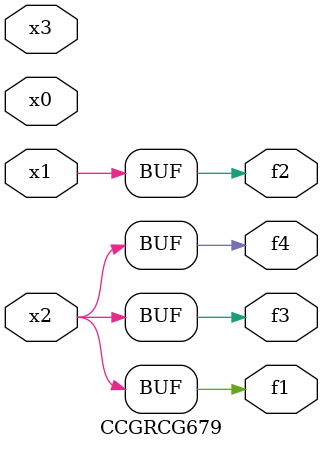
<source format=v>
module CCGRCG679(
	input x0, x1, x2, x3,
	output f1, f2, f3, f4
);
	assign f1 = x2;
	assign f2 = x1;
	assign f3 = x2;
	assign f4 = x2;
endmodule

</source>
